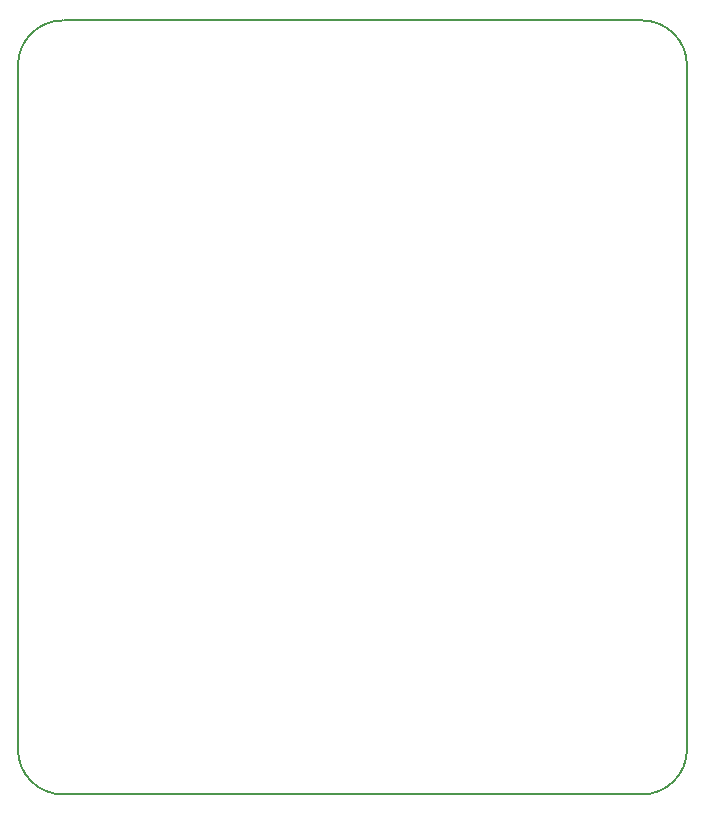
<source format=gm1>
G04 #@! TF.GenerationSoftware,KiCad,Pcbnew,5.0.0-rc1-44a33f2~62~ubuntu17.10.1*
G04 #@! TF.CreationDate,2018-04-10T00:21:39+09:00*
G04 #@! TF.ProjectId,RaspiBBHat,526173706942424861742E6B69636164,rev?*
G04 #@! TF.SameCoordinates,Original*
G04 #@! TF.FileFunction,Profile,NP*
%FSLAX46Y46*%
G04 Gerber Fmt 4.6, Leading zero omitted, Abs format (unit mm)*
G04 Created by KiCad (PCBNEW 5.0.0-rc1-44a33f2~62~ubuntu17.10.1) date Tue Apr 10 00:21:39 2018*
%MOMM*%
%LPD*%
G01*
G04 APERTURE LIST*
%ADD10C,0.200000*%
%ADD11C,0.150000*%
G04 APERTURE END LIST*
D10*
X128905000Y-129286000D02*
G75*
G02X125095000Y-133096000I-3810000J0D01*
G01*
X76073000Y-133096000D02*
G75*
G02X72263000Y-129286000I0J3810000D01*
G01*
X72263000Y-71374000D02*
G75*
G02X76073000Y-67564000I3810000J0D01*
G01*
X125095000Y-67564000D02*
G75*
G02X128905000Y-71374000I0J-3810000D01*
G01*
X128905000Y-71374000D02*
X128905000Y-129413000D01*
D11*
X76073000Y-133096000D02*
X125158500Y-133096000D01*
X72263000Y-71374000D02*
X72263000Y-129349500D01*
X125095000Y-67564000D02*
X76136500Y-67564000D01*
M02*

</source>
